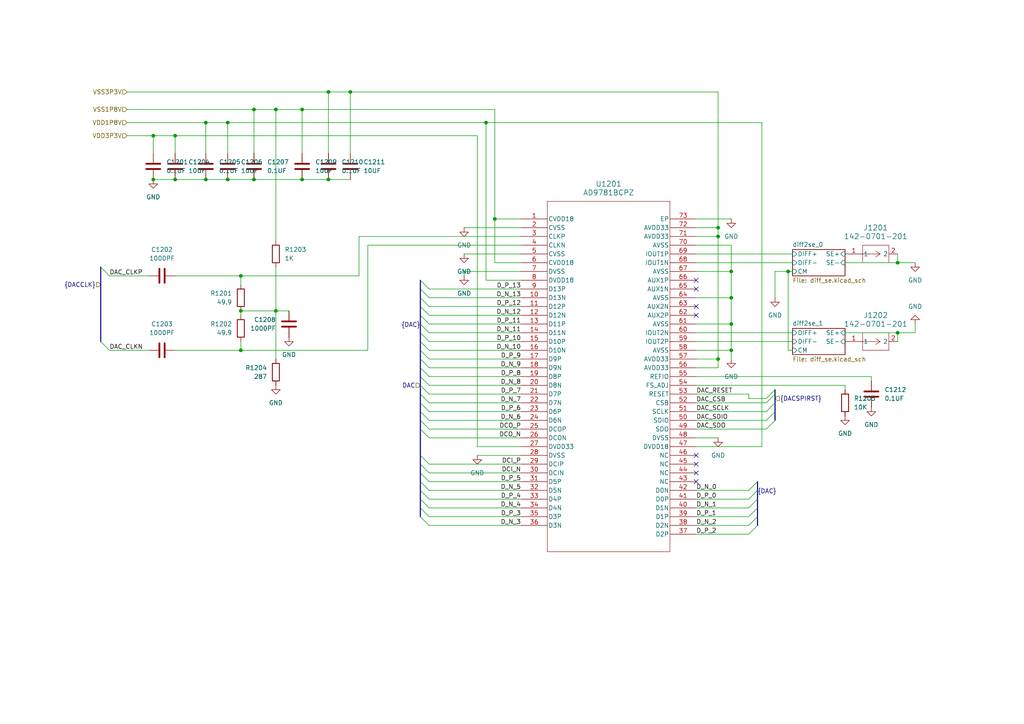
<source format=kicad_sch>
(kicad_sch (version 20231120) (generator "eeschema") (generator_version "8.0")
  (paper "A4")
  (lib_symbols
    (symbol "001_symbol:142-0701-201_GH" (pin_names (offset 0.254))
      (property "Reference" "J" (at 8.89 6.35 0))
      (property "Value" "142-0701-201" (at 0 0 0))
      (symbol "142-0701-201_GH_1_1"
        (polyline (pts (xy 5.08 -2.54) (xy 12.7 -2.54)) (stroke (width 0.127)))
        (polyline (pts (xy 5.08 2.54) (xy 5.08 -2.54)) (stroke (width 0.127)))
        (polyline (pts (xy 10.16 0) (xy 5.08 0)) (stroke (width 0.127)))
        (polyline (pts (xy 10.16 0) (xy 8.89 -0.8467)) (stroke (width 0.127)))
        (polyline (pts (xy 10.16 0) (xy 8.89 0.8467)) (stroke (width 0.127)))
        (polyline (pts (xy 12.7 -2.54) (xy 12.7 2.54)) (stroke (width 0.127)))
        (polyline (pts (xy 12.7 2.54) (xy 5.08 2.54)) (stroke (width 0.127)))
        (pin unspecified line (at 0 0 0) (length 5.08) (name "1") (number "1"))
        (pin input line (at 15.24 0 180) (length 2.54) (name "2") (number "2"))
        (pin input line (at 15.24 0 180) (length 2.54) hide (name "3") (number "3"))
        (pin input line (at 15.24 0 180) (length 2.54) hide (name "4") (number "4"))
        (pin input line (at 15.24 0 180) (length 2.54) hide (name "5") (number "5"))
      )
      (symbol "142-0701-201_GH_1_2"
        (polyline (pts (xy 5.08 -2.54) (xy 12.7 -2.54)) (stroke (width 0.127)))
        (polyline (pts (xy 5.08 2.54) (xy 5.08 -2.54)) (stroke (width 0.127)))
        (polyline (pts (xy 7.62 0) (xy 5.08 0)) (stroke (width 0.127)))
        (polyline (pts (xy 7.62 0) (xy 8.89 -0.8467)) (stroke (width 0.127)))
        (polyline (pts (xy 7.62 0) (xy 8.89 0.8467)) (stroke (width 0.127)))
        (polyline (pts (xy 12.7 -2.54) (xy 12.7 2.54)) (stroke (width 0.127)))
        (polyline (pts (xy 12.7 2.54) (xy 5.08 2.54)) (stroke (width 0.127)))
        (pin unspecified line (at 0 0 0) (length 5.08) (name "1") (number "1"))
      )
    )
    (symbol "001_symbol:AD9781BCPZ" (pin_names (offset 0.254))
      (property "Reference" "U" (at 25.4 10.16 0))
      (property "Value" "AD9781BCPZ" (at 25.4 7.62 0))
      (symbol "AD9781BCPZ_0_1"
        (polyline (pts (xy 7.62 -96.52) (xy 43.18 -96.52)) (stroke (width 0.127)))
        (polyline (pts (xy 7.62 5.08) (xy 7.62 -96.52)) (stroke (width 0.127)))
        (polyline (pts (xy 43.18 -96.52) (xy 43.18 5.08)) (stroke (width 0.127)))
        (polyline (pts (xy 43.18 5.08) (xy 7.62 5.08)) (stroke (width 0.127)))
        (pin unspecified line (at 0 0 0) (length 7.62) (name "CVDD18") (number "1"))
        (pin unspecified line (at 0 -22.86 0) (length 7.62) (name "D13N") (number "10"))
        (pin unspecified line (at 0 -25.4 0) (length 7.62) (name "D12P") (number "11"))
        (pin unspecified line (at 0 -27.94 0) (length 7.62) (name "D12N") (number "12"))
        (pin unspecified line (at 0 -30.48 0) (length 7.62) (name "D11P") (number "13"))
        (pin unspecified line (at 0 -33.02 0) (length 7.62) (name "D11N") (number "14"))
        (pin unspecified line (at 0 -35.56 0) (length 7.62) (name "D10P") (number "15"))
        (pin unspecified line (at 0 -38.1 0) (length 7.62) (name "D10N") (number "16"))
        (pin unspecified line (at 0 -40.64 0) (length 7.62) (name "D9P") (number "17"))
        (pin unspecified line (at 0 -43.18 0) (length 7.62) (name "D9N") (number "18"))
        (pin unspecified line (at 0 -45.72 0) (length 7.62) (name "D8P") (number "19"))
        (pin unspecified line (at 0 -2.54 0) (length 7.62) (name "CVSS") (number "2"))
        (pin unspecified line (at 0 -48.26 0) (length 7.62) (name "D8N") (number "20"))
        (pin unspecified line (at 0 -50.8 0) (length 7.62) (name "D7P") (number "21"))
        (pin unspecified line (at 0 -53.34 0) (length 7.62) (name "D7N") (number "22"))
        (pin unspecified line (at 0 -55.88 0) (length 7.62) (name "D6P") (number "23"))
        (pin unspecified line (at 0 -58.42 0) (length 7.62) (name "D6N") (number "24"))
        (pin unspecified line (at 0 -60.96 0) (length 7.62) (name "DCOP") (number "25"))
        (pin unspecified line (at 0 -63.5 0) (length 7.62) (name "DCON") (number "26"))
        (pin unspecified line (at 0 -66.04 0) (length 7.62) (name "DVDD33") (number "27"))
        (pin unspecified line (at 0 -68.58 0) (length 7.62) (name "DVSS") (number "28"))
        (pin unspecified line (at 0 -71.12 0) (length 7.62) (name "DCIP") (number "29"))
        (pin unspecified line (at 0 -5.08 0) (length 7.62) (name "CLKP") (number "3"))
        (pin unspecified line (at 0 -73.66 0) (length 7.62) (name "DCIN") (number "30"))
        (pin unspecified line (at 0 -76.2 0) (length 7.62) (name "D5P") (number "31"))
        (pin unspecified line (at 0 -78.74 0) (length 7.62) (name "D5N") (number "32"))
        (pin unspecified line (at 0 -81.28 0) (length 7.62) (name "D4P") (number "33"))
        (pin unspecified line (at 0 -83.82 0) (length 7.62) (name "D4N") (number "34"))
        (pin unspecified line (at 0 -86.36 0) (length 7.62) (name "D3P") (number "35"))
        (pin unspecified line (at 0 -88.9 0) (length 7.62) (name "D3N") (number "36"))
        (pin unspecified line (at 50.8 -91.44 180) (length 7.62) (name "D2P") (number "37"))
        (pin unspecified line (at 50.8 -88.9 180) (length 7.62) (name "D2N") (number "38"))
        (pin unspecified line (at 50.8 -86.36 180) (length 7.62) (name "D1P") (number "39"))
        (pin unspecified line (at 0 -7.62 0) (length 7.62) (name "CLKN") (number "4"))
        (pin unspecified line (at 50.8 -83.82 180) (length 7.62) (name "D1N") (number "40"))
        (pin unspecified line (at 50.8 -81.28 180) (length 7.62) (name "D0P") (number "41"))
        (pin unspecified line (at 50.8 -78.74 180) (length 7.62) (name "D0N") (number "42"))
        (pin unspecified line (at 50.8 -76.2 180) (length 7.62) (name "NC") (number "43"))
        (pin unspecified line (at 50.8 -73.66 180) (length 7.62) (name "NC") (number "44"))
        (pin unspecified line (at 50.8 -71.12 180) (length 7.62) (name "NC") (number "45"))
        (pin unspecified line (at 50.8 -68.58 180) (length 7.62) (name "NC") (number "46"))
        (pin unspecified line (at 50.8 -66.04 180) (length 7.62) (name "DVDD18") (number "47"))
        (pin unspecified line (at 50.8 -63.5 180) (length 7.62) (name "DVSS") (number "48"))
        (pin unspecified line (at 50.8 -60.96 180) (length 7.62) (name "SDO") (number "49"))
        (pin unspecified line (at 0 -10.16 0) (length 7.62) (name "CVSS") (number "5"))
        (pin unspecified line (at 50.8 -58.42 180) (length 7.62) (name "SDIO") (number "50"))
        (pin unspecified line (at 50.8 -55.88 180) (length 7.62) (name "SCLK") (number "51"))
        (pin unspecified line (at 50.8 -53.34 180) (length 7.62) (name "CSB") (number "52"))
        (pin unspecified line (at 50.8 -50.8 180) (length 7.62) (name "RESET") (number "53"))
        (pin unspecified line (at 50.8 -48.26 180) (length 7.62) (name "FS_ADJ") (number "54"))
        (pin unspecified line (at 50.8 -45.72 180) (length 7.62) (name "REFIO") (number "55"))
        (pin unspecified line (at 50.8 -43.18 180) (length 7.62) (name "AVDD33") (number "56"))
        (pin unspecified line (at 50.8 -40.64 180) (length 7.62) (name "AVDD33") (number "57"))
        (pin unspecified line (at 50.8 -38.1 180) (length 7.62) (name "AVSS") (number "58"))
        (pin unspecified line (at 50.8 -35.56 180) (length 7.62) (name "IOUT2P") (number "59"))
        (pin unspecified line (at 0 -12.7 0) (length 7.62) (name "CVDD18") (number "6"))
        (pin unspecified line (at 50.8 -33.02 180) (length 7.62) (name "IOUT2N") (number "60"))
        (pin unspecified line (at 50.8 -30.48 180) (length 7.62) (name "AVSS") (number "61"))
        (pin unspecified line (at 50.8 -27.94 180) (length 7.62) (name "AUX2P") (number "62"))
        (pin unspecified line (at 50.8 -25.4 180) (length 7.62) (name "AUX2N") (number "63"))
        (pin unspecified line (at 50.8 -22.86 180) (length 7.62) (name "AVSS") (number "64"))
        (pin unspecified line (at 50.8 -20.32 180) (length 7.62) (name "AUX1N") (number "65"))
        (pin unspecified line (at 50.8 -17.78 180) (length 7.62) (name "AUX1P") (number "66"))
        (pin unspecified line (at 50.8 -15.24 180) (length 7.62) (name "AVSS") (number "67"))
        (pin unspecified line (at 50.8 -12.7 180) (length 7.62) (name "IOUT1N") (number "68"))
        (pin unspecified line (at 50.8 -10.16 180) (length 7.62) (name "IOUT1P") (number "69"))
        (pin unspecified line (at 0 -15.24 0) (length 7.62) (name "DVSS") (number "7"))
        (pin unspecified line (at 50.8 -7.62 180) (length 7.62) (name "AVSS") (number "70"))
        (pin unspecified line (at 50.8 -5.08 180) (length 7.62) (name "AVDD33") (number "71"))
        (pin unspecified line (at 50.8 -2.54 180) (length 7.62) (name "AVDD33") (number "72"))
        (pin unspecified line (at 50.8 0 180) (length 7.62) (name "EP") (number "73"))
        (pin unspecified line (at 0 -17.78 0) (length 7.62) (name "DVDD18") (number "8"))
        (pin unspecified line (at 0 -20.32 0) (length 7.62) (name "D13P") (number "9"))
      )
    )
    (symbol "Device:C" (pin_numbers hide) (pin_names (offset 0.254))
      (property "Reference" "C" (at 0.635 2.54 0))
      (property "Value" "C" (at 0.635 -2.54 0))
      (symbol "C_0_1"
        (polyline (pts (xy -2.032 -0.762) (xy 2.032 -0.762)) (stroke (width 0.508)))
        (polyline (pts (xy -2.032 0.762) (xy 2.032 0.762)) (stroke (width 0.508)))
      )
      (symbol "C_1_1"
        (pin passive line (at 0 3.81 270) (length 2.794) (name "~") (number "1"))
        (pin passive line (at 0 -3.81 90) (length 2.794) (name "~") (number "2"))
      )
    )
    (symbol "Device:R" (pin_numbers hide) (pin_names (offset 0))
      (property "Reference" "R" (at 2.032 0 90))
      (property "Value" "R" (at 0 0 90))
      (symbol "R_0_1"
        (rectangle (start -1.016 -2.54) (end 1.016 2.54) (stroke (width 0.254)))
      )
      (symbol "R_1_1"
        (pin passive line (at 0 3.81 270) (length 1.27) (name "~") (number "1"))
        (pin passive line (at 0 -3.81 90) (length 1.27) (name "~") (number "2"))
      )
    )
    (symbol "power:GND" (power) (pin_numbers hide) (pin_names (offset 0) hide)
      (property "Value" "GND" (at 0 -3.81 0))
      (symbol "GND_0_1"
        (polyline (pts (xy 0 0) (xy 0 -1.27) (xy 1.27 -1.27) (xy 0 -2.54) (xy -1.27 -1.27) (xy 0 -1.27)))
      )
      (symbol "GND_1_1"
        (pin power_in line (at 0 0 270) (length 0) (name "~") (number "1"))
      )
    )
  )
  (junction (at 208.28 68.58))
  (junction (at 228.6 78.74))
  (junction (at 212.09 78.74))
  (junction (at 212.09 93.98))
  (junction (at 73.66 31.75))
  (junction (at 66.04 35.56))
  (junction (at 73.66 52.07))
  (junction (at 212.09 86.36))
  (junction (at 44.45 52.07))
  (junction (at 66.04 52.07))
  (junction (at 95.25 26.67))
  (junction (at 208.28 104.14))
  (junction (at 208.28 66.04))
  (junction (at 50.8 52.07))
  (junction (at 44.45 39.37))
  (junction (at 87.63 31.75))
  (junction (at 140.97 35.56))
  (junction (at 87.63 52.07))
  (junction (at 59.69 35.56))
  (junction (at 260.35 96.52))
  (junction (at 50.8 39.37))
  (junction (at 95.25 52.07))
  (junction (at 101.6 26.67))
  (junction (at 69.85 80.01))
  (junction (at 80.01 90.17))
  (junction (at 260.35 76.2))
  (junction (at 80.01 31.75))
  (junction (at 143.51 63.5))
  (junction (at 69.85 90.17))
  (junction (at 59.69 52.07))
  (junction (at 69.85 101.6))
  (junction (at 212.09 101.6))
  (no_connect (at 201.93 91.44))
  (no_connect (at 201.93 134.62))
  (no_connect (at 201.93 137.16))
  (no_connect (at 201.93 83.82))
  (no_connect (at 201.93 88.9))
  (no_connect (at 201.93 132.08))
  (no_connect (at 201.93 139.7))
  (no_connect (at 201.93 81.28))
  (bus_entry (at 224.79 121.92) (size -2.54 2.54))
  (bus_entry (at 121.92 134.62) (size 2.54 2.54))
  (bus_entry (at 121.92 116.84) (size 2.54 2.54))
  (bus_entry (at 219.71 152.4) (size -2.54 2.54))
  (bus_entry (at 29.21 77.47) (size 2.54 2.54))
  (bus_entry (at 121.92 132.08) (size 2.54 2.54))
  (bus_entry (at 121.92 149.86) (size 2.54 2.54))
  (bus_entry (at 121.92 119.38) (size 2.54 2.54))
  (bus_entry (at 219.71 144.78) (size -2.54 2.54))
  (bus_entry (at 121.92 83.82) (size 2.54 2.54))
  (bus_entry (at 121.92 88.9) (size 2.54 2.54))
  (bus_entry (at 121.92 147.32) (size 2.54 2.54))
  (bus_entry (at 121.92 93.98) (size 2.54 2.54))
  (bus_entry (at 224.79 116.84) (size -2.54 2.54))
  (bus_entry (at 121.92 99.06) (size 2.54 2.54))
  (bus_entry (at 219.71 142.24) (size -2.54 2.54))
  (bus_entry (at 219.71 139.7) (size -2.54 2.54))
  (bus_entry (at 29.21 99.06) (size 2.54 2.54))
  (bus_entry (at 121.92 86.36) (size 2.54 2.54))
  (bus_entry (at 121.92 109.22) (size 2.54 2.54))
  (bus_entry (at 121.92 124.46) (size 2.54 2.54))
  (bus_entry (at 224.79 114.3) (size -2.54 2.54))
  (bus_entry (at 121.92 101.6) (size 2.54 2.54))
  (bus_entry (at 121.92 111.76) (size 2.54 2.54))
  (bus_entry (at 121.92 139.7) (size 2.54 2.54))
  (bus_entry (at 219.71 149.86) (size -2.54 2.54))
  (bus_entry (at 121.92 81.28) (size 2.54 2.54))
  (bus_entry (at 121.92 104.14) (size 2.54 2.54))
  (bus_entry (at 121.92 137.16) (size 2.54 2.54))
  (bus_entry (at 121.92 91.44) (size 2.54 2.54))
  (bus_entry (at 121.92 106.68) (size 2.54 2.54))
  (bus_entry (at 121.92 96.52) (size 2.54 2.54))
  (bus_entry (at 121.92 142.24) (size 2.54 2.54))
  (bus_entry (at 224.79 113.03) (size -2.54 2.54))
  (bus_entry (at 121.92 144.78) (size 2.54 2.54))
  (bus_entry (at 121.92 114.3) (size 2.54 2.54))
  (bus_entry (at 121.92 121.92) (size 2.54 2.54))
  (bus_entry (at 219.71 147.32) (size -2.54 2.54))
  (bus_entry (at 224.79 119.38) (size -2.54 2.54))
  (wire (pts (xy 228.6 78.74) (xy 229.87 78.74)))
  (wire (pts (xy 201.93 66.04) (xy 208.28 66.04)))
  (wire (pts (xy 220.98 129.54) (xy 220.98 35.56)))
  (wire (pts (xy 124.46 101.6) (xy 151.13 101.6)))
  (wire (pts (xy 87.63 52.07) (xy 95.25 52.07)))
  (wire (pts (xy 134.62 80.01) (xy 134.62 78.74)))
  (wire (pts (xy 124.46 93.98) (xy 151.13 93.98)))
  (bus (pts (xy 121.92 124.46) (xy 121.92 132.08)))
  (bus (pts (xy 121.92 101.6) (xy 121.92 104.14)))
  (bus (pts (xy 121.92 96.52) (xy 121.92 99.06)))
  (wire (pts (xy 201.93 68.58) (xy 208.28 68.58)))
  (wire (pts (xy 201.93 119.38) (xy 222.25 119.38)))
  (wire (pts (xy 138.43 132.08) (xy 151.13 132.08)))
  (wire (pts (xy 201.93 154.94) (xy 217.17 154.94)))
  (wire (pts (xy 36.83 31.75) (xy 73.66 31.75)))
  (wire (pts (xy 143.51 76.2) (xy 143.51 63.5)))
  (wire (pts (xy 80.01 77.47) (xy 80.01 90.17)))
  (wire (pts (xy 212.09 93.98) (xy 212.09 101.6)))
  (wire (pts (xy 201.93 129.54) (xy 220.98 129.54)))
  (wire (pts (xy 134.62 73.66) (xy 151.13 73.66)))
  (wire (pts (xy 73.66 31.75) (xy 80.01 31.75)))
  (wire (pts (xy 265.43 96.52) (xy 265.43 93.98)))
  (wire (pts (xy 252.73 110.49) (xy 252.73 109.22)))
  (wire (pts (xy 124.46 114.3) (xy 151.13 114.3)))
  (wire (pts (xy 50.8 80.01) (xy 69.85 80.01)))
  (wire (pts (xy 208.28 66.04) (xy 208.28 68.58)))
  (wire (pts (xy 124.46 134.62) (xy 151.13 134.62)))
  (wire (pts (xy 124.46 116.84) (xy 151.13 116.84)))
  (wire (pts (xy 201.93 93.98) (xy 212.09 93.98)))
  (wire (pts (xy 245.11 76.2) (xy 260.35 76.2)))
  (wire (pts (xy 73.66 52.07) (xy 87.63 52.07)))
  (bus (pts (xy 121.92 91.44) (xy 121.92 93.98)))
  (bus (pts (xy 121.92 86.36) (xy 121.92 88.9)))
  (wire (pts (xy 66.04 52.07) (xy 73.66 52.07)))
  (wire (pts (xy 228.6 78.74) (xy 228.6 101.6)))
  (wire (pts (xy 143.51 63.5) (xy 151.13 63.5)))
  (wire (pts (xy 31.75 80.01) (xy 43.18 80.01)))
  (wire (pts (xy 101.6 26.67) (xy 101.6 44.45)))
  (wire (pts (xy 201.93 152.4) (xy 217.17 152.4)))
  (wire (pts (xy 208.28 26.67) (xy 208.28 66.04)))
  (wire (pts (xy 260.35 76.2) (xy 265.43 76.2)))
  (wire (pts (xy 80.01 104.14) (xy 80.01 90.17)))
  (wire (pts (xy 138.43 39.37) (xy 138.43 129.54)))
  (wire (pts (xy 124.46 127) (xy 151.13 127)))
  (wire (pts (xy 124.46 88.9) (xy 151.13 88.9)))
  (bus (pts (xy 121.92 81.28) (xy 121.92 83.82)))
  (wire (pts (xy 80.01 31.75) (xy 87.63 31.75)))
  (wire (pts (xy 212.09 86.36) (xy 212.09 93.98)))
  (bus (pts (xy 121.92 99.06) (xy 121.92 101.6)))
  (wire (pts (xy 252.73 109.22) (xy 201.93 109.22)))
  (wire (pts (xy 124.46 142.24) (xy 151.13 142.24)))
  (wire (pts (xy 124.46 104.14) (xy 151.13 104.14)))
  (wire (pts (xy 36.83 39.37) (xy 44.45 39.37)))
  (wire (pts (xy 260.35 73.66) (xy 260.35 76.2)))
  (bus (pts (xy 121.92 106.68) (xy 121.92 109.22)))
  (wire (pts (xy 124.46 144.78) (xy 151.13 144.78)))
  (wire (pts (xy 212.09 78.74) (xy 212.09 71.12)))
  (wire (pts (xy 124.46 99.06) (xy 151.13 99.06)))
  (wire (pts (xy 69.85 80.01) (xy 69.85 82.55)))
  (bus (pts (xy 29.21 77.47) (xy 29.21 99.06)))
  (wire (pts (xy 201.93 99.06) (xy 229.87 99.06)))
  (wire (pts (xy 208.28 104.14) (xy 208.28 106.68)))
  (wire (pts (xy 201.93 124.46) (xy 222.25 124.46)))
  (wire (pts (xy 201.93 142.24) (xy 217.17 142.24)))
  (wire (pts (xy 217.17 114.3) (xy 201.93 114.3)))
  (bus (pts (xy 219.71 149.86) (xy 219.71 152.4)))
  (wire (pts (xy 245.11 111.76) (xy 201.93 111.76)))
  (bus (pts (xy 121.92 116.84) (xy 121.92 119.38)))
  (wire (pts (xy 220.98 35.56) (xy 140.97 35.56)))
  (wire (pts (xy 260.35 96.52) (xy 265.43 96.52)))
  (wire (pts (xy 124.46 119.38) (xy 151.13 119.38)))
  (bus (pts (xy 219.71 144.78) (xy 219.71 147.32)))
  (wire (pts (xy 134.62 78.74) (xy 151.13 78.74)))
  (wire (pts (xy 212.09 78.74) (xy 212.09 86.36)))
  (wire (pts (xy 101.6 26.67) (xy 208.28 26.67)))
  (bus (pts (xy 219.71 142.24) (xy 219.71 144.78)))
  (wire (pts (xy 212.09 71.12) (xy 201.93 71.12)))
  (bus (pts (xy 219.71 139.7) (xy 219.71 142.24)))
  (wire (pts (xy 124.46 91.44) (xy 151.13 91.44)))
  (wire (pts (xy 59.69 35.56) (xy 66.04 35.56)))
  (wire (pts (xy 143.51 31.75) (xy 143.51 63.5)))
  (wire (pts (xy 224.79 78.74) (xy 228.6 78.74)))
  (wire (pts (xy 95.25 26.67) (xy 95.25 44.45)))
  (wire (pts (xy 44.45 39.37) (xy 44.45 44.45)))
  (wire (pts (xy 124.46 96.52) (xy 151.13 96.52)))
  (bus (pts (xy 224.79 119.38) (xy 224.79 121.92)))
  (wire (pts (xy 201.93 78.74) (xy 212.09 78.74)))
  (wire (pts (xy 201.93 101.6) (xy 212.09 101.6)))
  (wire (pts (xy 222.25 115.57) (xy 217.17 115.57)))
  (bus (pts (xy 224.79 114.3) (xy 224.79 116.84)))
  (wire (pts (xy 44.45 39.37) (xy 50.8 39.37)))
  (wire (pts (xy 201.93 76.2) (xy 229.87 76.2)))
  (wire (pts (xy 95.25 26.67) (xy 101.6 26.67)))
  (wire (pts (xy 212.09 101.6) (xy 212.09 104.14)))
  (bus (pts (xy 121.92 142.24) (xy 121.92 144.78)))
  (bus (pts (xy 224.79 113.03) (xy 224.79 114.3)))
  (wire (pts (xy 224.79 86.36) (xy 224.79 78.74)))
  (wire (pts (xy 104.14 80.01) (xy 104.14 68.58)))
  (wire (pts (xy 124.46 109.22) (xy 151.13 109.22)))
  (wire (pts (xy 140.97 35.56) (xy 140.97 81.28)))
  (wire (pts (xy 73.66 31.75) (xy 73.66 44.45)))
  (wire (pts (xy 201.93 147.32) (xy 217.17 147.32)))
  (wire (pts (xy 228.6 101.6) (xy 229.87 101.6)))
  (wire (pts (xy 124.46 83.82) (xy 151.13 83.82)))
  (wire (pts (xy 201.93 149.86) (xy 217.17 149.86)))
  (wire (pts (xy 87.63 31.75) (xy 143.51 31.75)))
  (bus (pts (xy 121.92 132.08) (xy 121.92 134.62)))
  (wire (pts (xy 95.25 52.07) (xy 101.6 52.07)))
  (wire (pts (xy 201.93 86.36) (xy 212.09 86.36)))
  (bus (pts (xy 121.92 111.76) (xy 121.92 114.3)))
  (wire (pts (xy 66.04 35.56) (xy 140.97 35.56)))
  (bus (pts (xy 121.92 121.92) (xy 121.92 124.46)))
  (wire (pts (xy 50.8 101.6) (xy 69.85 101.6)))
  (wire (pts (xy 201.93 116.84) (xy 222.25 116.84)))
  (wire (pts (xy 44.45 52.07) (xy 50.8 52.07)))
  (bus (pts (xy 121.92 139.7) (xy 121.92 142.24)))
  (wire (pts (xy 66.04 35.56) (xy 66.04 44.45)))
  (wire (pts (xy 69.85 90.17) (xy 69.85 91.44)))
  (wire (pts (xy 124.46 152.4) (xy 151.13 152.4)))
  (bus (pts (xy 121.92 109.22) (xy 121.92 111.76)))
  (wire (pts (xy 69.85 99.06) (xy 69.85 101.6)))
  (wire (pts (xy 124.46 86.36) (xy 151.13 86.36)))
  (wire (pts (xy 217.17 115.57) (xy 217.17 114.3)))
  (wire (pts (xy 83.82 90.17) (xy 80.01 90.17)))
  (wire (pts (xy 106.68 71.12) (xy 151.13 71.12)))
  (wire (pts (xy 36.83 35.56) (xy 59.69 35.56)))
  (wire (pts (xy 124.46 137.16) (xy 151.13 137.16)))
  (wire (pts (xy 208.28 68.58) (xy 208.28 104.14)))
  (wire (pts (xy 134.62 66.04) (xy 151.13 66.04)))
  (wire (pts (xy 124.46 121.92) (xy 151.13 121.92)))
  (wire (pts (xy 36.83 26.67) (xy 95.25 26.67)))
  (wire (pts (xy 59.69 35.56) (xy 59.69 44.45)))
  (wire (pts (xy 124.46 139.7) (xy 151.13 139.7)))
  (bus (pts (xy 121.92 144.78) (xy 121.92 147.32)))
  (wire (pts (xy 104.14 68.58) (xy 151.13 68.58)))
  (wire (pts (xy 124.46 111.76) (xy 151.13 111.76)))
  (wire (pts (xy 201.93 144.78) (xy 217.17 144.78)))
  (bus (pts (xy 121.92 119.38) (xy 121.92 121.92)))
  (wire (pts (xy 201.93 104.14) (xy 208.28 104.14)))
  (wire (pts (xy 80.01 31.75) (xy 80.01 69.85)))
  (wire (pts (xy 245.11 113.03) (xy 245.11 111.76)))
  (bus (pts (xy 121.92 137.16) (xy 121.92 139.7)))
  (wire (pts (xy 138.43 129.54) (xy 151.13 129.54)))
  (bus (pts (xy 121.92 147.32) (xy 121.92 149.86)))
  (wire (pts (xy 69.85 80.01) (xy 104.14 80.01)))
  (bus (pts (xy 121.92 88.9) (xy 121.92 91.44)))
  (bus (pts (xy 121.92 134.62) (xy 121.92 137.16)))
  (wire (pts (xy 50.8 39.37) (xy 138.43 39.37)))
  (wire (pts (xy 124.46 124.46) (xy 151.13 124.46)))
  (wire (pts (xy 124.46 106.68) (xy 151.13 106.68)))
  (wire (pts (xy 59.69 52.07) (xy 66.04 52.07)))
  (wire (pts (xy 50.8 52.07) (xy 59.69 52.07)))
  (bus (pts (xy 219.71 147.32) (xy 219.71 149.86)))
  (bus (pts (xy 121.92 83.82) (xy 121.92 86.36)))
  (bus (pts (xy 121.92 93.98) (xy 121.92 96.52)))
  (wire (pts (xy 260.35 96.52) (xy 260.35 99.06)))
  (wire (pts (xy 201.93 127) (xy 208.28 127)))
  (wire (pts (xy 31.75 101.6) (xy 43.18 101.6)))
  (wire (pts (xy 140.97 81.28) (xy 151.13 81.28)))
  (bus (pts (xy 121.92 114.3) (xy 121.92 116.84)))
  (wire (pts (xy 87.63 31.75) (xy 87.63 44.45)))
  (wire (pts (xy 106.68 71.12) (xy 106.68 101.6)))
  (bus (pts (xy 121.92 104.14) (xy 121.92 106.68)))
  (wire (pts (xy 201.93 73.66) (xy 229.87 73.66)))
  (wire (pts (xy 201.93 121.92) (xy 222.25 121.92)))
  (wire (pts (xy 69.85 101.6) (xy 106.68 101.6)))
  (wire (pts (xy 124.46 149.86) (xy 151.13 149.86)))
  (wire (pts (xy 208.28 106.68) (xy 201.93 106.68)))
  (wire (pts (xy 124.46 147.32) (xy 151.13 147.32)))
  (wire (pts (xy 151.13 76.2) (xy 143.51 76.2)))
  (wire (pts (xy 50.8 39.37) (xy 50.8 44.45)))
  (wire (pts (xy 201.93 96.52) (xy 229.87 96.52)))
  (wire (pts (xy 80.01 90.17) (xy 69.85 90.17)))
  (wire (pts (xy 245.11 96.52) (xy 260.35 96.52)))
  (wire (pts (xy 201.93 63.5) (xy 212.09 63.5)))
  (bus (pts (xy 224.79 116.84) (xy 224.79 119.38)))
  (label "D_P_11" (at 151.13 93.98 180))
  (label "D_P_1" (at 201.93 149.86 0))
  (label "D_N_0" (at 201.93 142.24 0))
  (label "D_N_7" (at 151.13 116.84 180))
  (label "D_N_9" (at 151.13 106.68 180))
  (label "D_P_3" (at 151.13 149.86 180))
  (label "DCI_P" (at 151.13 134.62 180))
  (label "DAC_SDIO" (at 201.93 121.92 0))
  (label "D_P_4" (at 151.13 144.78 180))
  (label "{DAC}" (at 121.92 95.25 180))
  (label "D_P_2" (at 201.93 154.94 0))
  (label "D_N_12" (at 151.13 91.44 180))
  (label "DCI_N" (at 151.13 137.16 180))
  (label "D_N_10" (at 151.13 101.6 180))
  (label "DAC_SDO" (at 201.93 124.46 0))
  (label "D_P_8" (at 151.13 109.22 180))
  (label "D_N_11" (at 151.13 96.52 180))
  (label "D_P_0" (at 201.93 144.78 0))
  (label "DAC_CLKN" (at 31.75 101.6 0))
  (label "D_N_3" (at 151.13 152.4 180))
  (label "DAC_CLKP" (at 31.75 80.01 0))
  (label "{DAC}" (at 219.71 143.51 0))
  (label "D_N_8" (at 151.13 111.76 180))
  (label "DCO_N" (at 151.13 127 180))
  (label "D_P_5" (at 151.13 139.7 180))
  (label "DAC_CSB" (at 201.93 116.84 0))
  (label "D_N_13" (at 151.13 86.36 180))
  (label "DCO_P" (at 151.13 124.46 180))
  (label "D_P_7" (at 151.13 114.3 180))
  (label "D_N_6" (at 151.13 121.92 180))
  (label "D_N_5" (at 151.13 142.24 180))
  (label "D_P_12" (at 151.13 88.9 180))
  (label "D_P_9" (at 151.13 104.14 180))
  (label "D_P_10" (at 151.13 99.06 180))
  (label "DAC_SCLK" (at 201.93 119.38 0))
  (label "D_P_13" (at 151.13 83.82 180))
  (label "DAC_RESET" (at 201.93 114.3 0))
  (label "D_P_6" (at 151.13 119.38 180))
  (label "D_N_4" (at 151.13 147.32 180))
  (label "D_N_1" (at 201.93 147.32 0))
  (label "D_N_2" (at 201.93 152.4 0))
  (hierarchical_label "{DACSPIRST}" (shape input) (at 224.79 115.57 0))
  (hierarchical_label "{DACCLK}" (shape input) (at 29.21 82.55 180))
  (hierarchical_label "VSS3P3V" (shape input) (at 36.83 26.67 180))
  (hierarchical_label "DAC" (shape input) (at 121.92 111.76 180))
  (hierarchical_label "VDD3P3V" (shape input) (at 36.83 39.37 180))
  (hierarchical_label "VDD1P8V" (shape input) (at 36.83 35.56 180))
  (hierarchical_label "VSS1P8V" (shape input) (at 36.83 31.75 180))
  (symbol (lib_id "power:GND") (at 224.79 86.36 0) (unit 1)
    (property "Reference" "#PWR01211" (effects (hide yes)))
    (property "Value" "GND" (at 224.79 91.44 0))
    (property "Description" "Power symbol creates a global label with name \"GND\" , ground" (effects (hide yes)))
  )
  (symbol (lib_id "Device:C") (at 66.04 48.26 0) (unit 1)
    (property "Reference" "C1206" (at 69.85 46.9899 0) (effects (justify left)))
    (property "Value" "10UF" (at 69.85 49.5299 0) (effects (justify left)))
    (property "Footprint" "Capacitor_SMD:C_0603_1608Metric" (effects (hide yes)))
    (property "Description" "Unpolarized capacitor" (effects (hide yes)))
    (property "Vendor" "digikey:445-6853-1-ND" (effects (hide yes)))
  )
  (symbol (lib_id "Device:R") (at 245.11 116.84 180) (unit 1)
    (property "Reference" "R1205" (at 247.65 115.5699 0) (effects (justify right)))
    (property "Value" "10K" (at 247.65 118.1099 0) (effects (justify right)))
    (property "Footprint" "Resistor_SMD:R_0603_1608Metric" (effects (hide yes)))
    (property "Description" "Resistor" (effects (hide yes)))
    (property "Vendor" "digikey:MCT0603-10K-MDCT-ND" (effects (hide yes)))
  )
  (symbol (lib_id "power:GND") (at 212.09 104.14 0) (unit 1)
    (property "Reference" "#PWR01210" (effects (hide yes)))
    (property "Value" "GND" (at 212.09 109.22 0))
    (property "Description" "Power symbol creates a global label with name \"GND\" , ground" (effects (hide yes)))
  )
  (symbol (lib_id "power:GND") (at 134.62 73.66 0) (unit 1)
    (property "Reference" "#PWR01205" (effects (hide yes)))
    (property "Value" "GND" (at 134.62 78.74 0))
    (property "Description" "Power symbol creates a global label with name \"GND\" , ground" (effects (hide yes)))
  )
  (symbol (lib_id "Device:C") (at 46.99 80.01 90) (unit 1)
    (property "Reference" "C1202" (at 46.99 72.39 90))
    (property "Value" "1000PF" (at 46.99 74.93 90))
    (property "Footprint" "Capacitor_SMD:C_0603_1608Metric" (effects (hide yes)))
    (property "Description" "Unpolarized capacitor" (effects (hide yes)))
    (property "Vendor" "digikey:490-1451-1-ND" (effects (hide yes)))
  )
  (symbol (lib_id "Device:C") (at 83.82 93.98 0) (mirror y) (unit 1)
    (property "Reference" "C1208" (at 80.01 92.7099 0) (effects (justify left)))
    (property "Value" "1000PF" (at 80.01 95.2499 0) (effects (justify left)))
    (property "Footprint" "Capacitor_SMD:C_0603_1608Metric" (effects (hide yes)))
    (property "Description" "Unpolarized capacitor" (effects (hide yes)))
    (property "Vendor" "digikey:490-1451-1-ND" (effects (hide yes)))
  )
  (symbol (lib_id "power:GND") (at 212.09 63.5 0) (unit 1)
    (property "Reference" "#PWR01209" (effects (hide yes)))
    (property "Value" "GND" (at 212.09 68.58 0))
    (property "Description" "Power symbol creates a global label with name \"GND\" , ground" (effects (hide yes)))
  )
  (symbol (lib_id "power:GND") (at 138.43 132.08 0) (unit 1)
    (property "Reference" "#PWR01207" (effects (hide yes)))
    (property "Value" "GND" (at 138.43 137.16 0))
    (property "Description" "Power symbol creates a global label with name \"GND\" , ground" (effects (hide yes)))
  )
  (symbol (lib_id "power:GND") (at 134.62 66.04 0) (unit 1)
    (property "Reference" "#PWR01204" (effects (hide yes)))
    (property "Value" "GND" (at 134.62 71.12 0))
    (property "Description" "Power symbol creates a global label with name \"GND\" , ground" (effects (hide yes)))
  )
  (symbol (lib_id "power:GND") (at 265.43 93.98 0) (mirror x) (unit 1)
    (property "Reference" "#PWR01214" (effects (hide yes)))
    (property "Value" "GND" (at 265.43 88.9 0))
    (property "Description" "Power symbol creates a global label with name \"GND\" , ground" (effects (hide yes)))
  )
  (symbol (lib_id "power:GND") (at 208.28 127 0) (unit 1)
    (property "Reference" "#PWR01208" (effects (hide yes)))
    (property "Value" "GND" (at 208.28 132.08 0))
    (property "Description" "Power symbol creates a global label with name \"GND\" , ground" (effects (hide yes)))
  )
  (symbol (lib_id "Device:R") (at 80.01 107.95 0) (mirror x) (unit 1)
    (property "Reference" "R1204" (at 77.47 106.6799 0) (effects (justify right)))
    (property "Value" "287" (at 77.47 109.2199 0) (effects (justify right)))
    (property "Footprint" "Resistor_SMD:R_0603_1608Metric" (effects (hide yes)))
    (property "Description" "Resistor" (effects (hide yes)))
    (property "Vendor" "digikey:311-287HRCT-ND" (effects (hide yes)))
  )
  (symbol (lib_id "Device:C") (at 50.8 48.26 0) (unit 1)
    (property "Reference" "C1204" (at 54.61 46.9899 0) (effects (justify left)))
    (property "Value" "10UF" (at 54.61 49.5299 0) (effects (justify left)))
    (property "Footprint" "Capacitor_SMD:C_0603_1608Metric" (effects (hide yes)))
    (property "Description" "Unpolarized capacitor" (effects (hide yes)))
    (property "Vendor" "digikey:445-6853-1-ND" (effects (hide yes)))
  )
  (symbol (lib_id "Device:C") (at 44.45 48.26 0) (unit 1)
    (property "Reference" "C1201" (at 48.26 46.9899 0) (effects (justify left)))
    (property "Value" "0.1UF" (at 48.26 49.5299 0) (effects (justify left)))
    (property "Footprint" "Capacitor_SMD:C_0402_1005Metric" (effects (hide yes)))
    (property "Description" "Unpolarized capacitor" (effects (hide yes)))
    (property "Vendor" "digikey:490-1318-1-ND" (effects (hide yes)))
  )
  (symbol (lib_id "power:GND") (at 265.43 76.2 0) (unit 1)
    (property "Reference" "#PWR01213" (effects (hide yes)))
    (property "Value" "GND" (at 265.43 81.28 0))
    (property "Description" "Power symbol creates a global label with name \"GND\" , ground" (effects (hide yes)))
  )
  (symbol (lib_id "Device:R") (at 80.01 73.66 0) (unit 1)
    (property "Reference" "R1203" (at 82.55 72.3899 0) (effects (justify left)))
    (property "Value" "1K" (at 82.55 74.9299 0) (effects (justify left)))
    (property "Footprint" "Resistor_SMD:R_0603_1608Metric" (effects (hide yes)))
    (property "Description" "Resistor" (effects (hide yes)))
    (property "Vendor" "digikey:311-1.00KHRCT-ND" (effects (hide yes)))
  )
  (symbol (lib_id "power:GND") (at 83.82 97.79 0) (unit 1)
    (property "Reference" "#PWR01203" (effects (hide yes)))
    (property "Value" "GND" (at 83.82 102.87 0))
    (property "Description" "Power symbol creates a global label with name \"GND\" , ground" (effects (hide yes)))
  )
  (symbol (lib_id "Device:C") (at 252.73 114.3 180) (unit 1)
    (property "Reference" "C1212" (at 256.54 113.0299 0) (effects (justify right)))
    (property "Value" "0.1UF" (at 256.54 115.5699 0) (effects (justify right)))
    (property "Footprint" "Capacitor_SMD:C_0402_1005Metric" (effects (hide yes)))
    (property "Description" "Unpolarized capacitor" (effects (hide yes)))
    (property "Vendor" "digikey:490-1318-1-ND" (effects (hide yes)))
  )
  (symbol (lib_id "Device:C") (at 73.66 48.26 0) (unit 1)
    (property "Reference" "C1207" (at 77.47 46.9899 0) (effects (justify left)))
    (property "Value" "0.1UF" (at 77.47 49.5299 0) (effects (justify left)))
    (property "Footprint" "Capacitor_SMD:C_0402_1005Metric" (effects (hide yes)))
    (property "Description" "Unpolarized capacitor" (effects (hide yes)))
    (property "Vendor" "digikey:490-1318-1-ND" (effects (hide yes)))
  )
  (symbol (lib_id "001_symbol:142-0701-201_GH") (at 245.11 73.66 0) (unit 1)
    (property "Reference" "J1201" (at 254 66.04 0) (effects (font (size 1.524 1.524))))
    (property "Value" "142-0701-201" (at 254 68.58 0) (effects (font (size 1.524 1.524))))
    (property "Footprint" "CONN_142-0701-201_CIN" (effects (hide yes)))
    (property "Datasheet" "142-0701-201" (effects (hide yes)))
    (property "Vendor" "digikey:J500-ND" (effects (hide yes)))
  )
  (symbol (lib_id "Device:C") (at 95.25 48.26 0) (unit 1)
    (property "Reference" "C1210" (at 99.06 46.9899 0) (effects (justify left)))
    (property "Value" "0.1UF" (at 99.06 49.5299 0) (effects (justify left)))
    (property "Footprint" "Capacitor_SMD:C_0402_1005Metric" (effects (hide yes)))
    (property "Description" "Unpolarized capacitor" (effects (hide yes)))
    (property "Vendor" "digikey:490-1318-1-ND" (effects (hide yes)))
  )
  (symbol (lib_id "001_symbol:AD9781BCPZ") (at 151.13 63.5 0) (unit 1)
    (property "Reference" "U1201" (at 176.53 53.34 0) (effects (font (size 1.524 1.524))))
    (property "Value" "AD9781BCPZ" (at 176.53 55.88 0) (effects (font (size 1.524 1.524))))
    (property "Footprint" "001_download:CP-72-1_ADI" (effects (hide yes)))
    (property "Datasheet" "AD9781BCPZ" (effects (hide yes)))
    (property "Vendor" "digikey:AD9781BCPZ-ND" (effects (hide yes)))
  )
  (symbol (lib_id "power:GND") (at 252.73 118.11 0) (unit 1)
    (property "Reference" "#PWR01215" (effects (hide yes)))
    (property "Value" "GND" (at 252.73 123.19 0))
    (property "Description" "Power symbol creates a global label with name \"GND\" , ground" (effects (hide yes)))
  )
  (symbol (lib_id "power:GND") (at 134.62 80.01 0) (unit 1)
    (property "Reference" "#PWR01206" (effects (hide yes)))
    (property "Value" "GND" (at 134.62 85.09 0))
    (property "Description" "Power symbol creates a global label with name \"GND\" , ground" (effects (hide yes)))
  )
  (symbol (lib_id "Device:C") (at 101.6 48.26 0) (unit 1)
    (property "Reference" "C1211" (at 105.41 46.9899 0) (effects (justify left)))
    (property "Value" "10UF" (at 105.41 49.5299 0) (effects (justify left)))
    (property "Footprint" "Capacitor_SMD:C_0603_1608Metric" (effects (hide yes)))
    (property "Description" "Unpolarized capacitor" (effects (hide yes)))
    (property "Vendor" "digikey:445-6853-1-ND" (effects (hide yes)))
  )
  (symbol (lib_id "Device:C") (at 59.69 48.26 0) (unit 1)
    (property "Reference" "C1205" (at 63.5 46.9899 0) (effects (justify left)))
    (property "Value" "0.1UF" (at 63.5 49.5299 0) (effects (justify left)))
    (property "Footprint" "Capacitor_SMD:C_0402_1005Metric" (effects (hide yes)))
    (property "Description" "Unpolarized capacitor" (effects (hide yes)))
    (property "Vendor" "digikey:490-1318-1-ND" (effects (hide yes)))
  )
  (symbol (lib_id "Device:C") (at 87.63 48.26 0) (unit 1)
    (property "Reference" "C1209" (at 91.44 46.9899 0) (effects (justify left)))
    (property "Value" "10UF" (at 91.44 49.5299 0) (effects (justify left)))
    (property "Footprint" "Capacitor_SMD:C_0603_1608Metric" (effects (hide yes)))
    (property "Description" "Unpolarized capacitor" (effects (hide yes)))
    (property "Vendor" "digikey:445-6853-1-ND" (effects (hide yes)))
  )
  (symbol (lib_id "001_symbol:142-0701-201_GH") (at 245.11 99.06 0) (mirror x) (unit 1)
    (property "Reference" "J1202" (at 254 91.44 0) (effects (font (size 1.524 1.524))))
    (property "Value" "142-0701-201" (at 254 93.98 0) (effects (font (size 1.524 1.524))))
    (property "Footprint" "CONN_142-0701-201_CIN" (effects (hide yes)))
    (property "Datasheet" "142-0701-201" (effects (hide yes)))
    (property "Vendor" "digikey:J500-ND" (effects (hide yes)))
  )
  (symbol (lib_id "Device:C") (at 46.99 101.6 90) (mirror x) (unit 1)
    (property "Reference" "C1203" (at 46.99 93.98 90))
    (property "Value" "1000PF" (at 46.99 96.52 90))
    (property "Footprint" "Capacitor_SMD:C_0603_1608Metric" (effects (hide yes)))
    (property "Description" "Unpolarized capacitor" (effects (hide yes)))
    (property "Vendor" "digikey:490-1451-1-ND" (effects (hide yes)))
  )
  (symbol (lib_id "Device:R") (at 69.85 86.36 0) (mirror x) (unit 1)
    (property "Reference" "R1201" (at 67.31 85.0899 0) (effects (justify right)))
    (property "Value" "49.9" (at 67.31 87.6299 0) (effects (justify right)))
    (property "Footprint" "Resistor_SMD:R_0603_1608Metric" (effects (hide yes)))
    (property "Description" "Resistor" (effects (hide yes)))
    (property "Vendor" "digikey:311-49.9HRCT-ND" (effects (hide yes)))
  )
  (symbol (lib_id "power:GND") (at 44.45 52.07 0) (unit 1)
    (property "Reference" "#PWR01201" (effects (hide yes)))
    (property "Value" "GND" (at 44.45 57.15 0))
    (property "Description" "Power symbol creates a global label with name \"GND\" , ground" (effects (hide yes)))
  )
  (symbol (lib_id "Device:R") (at 69.85 95.25 0) (mirror y) (unit 1)
    (property "Reference" "R1202" (at 67.31 93.9799 0) (effects (justify left)))
    (property "Value" "49.9" (at 67.31 96.5199 0) (effects (justify left)))
    (property "Footprint" "Resistor_SMD:R_0603_1608Metric" (effects (hide yes)))
    (property "Description" "Resistor" (effects (hide yes)))
    (property "Vendor" "digikey:311-49.9HRCT-ND" (effects (hide yes)))
  )
  (symbol (lib_id "power:GND") (at 80.01 111.76 0) (mirror y) (unit 1)
    (property "Reference" "#PWR01202" (effects (hide yes)))
    (property "Value" "GND" (at 80.01 116.84 0))
    (property "Description" "Power symbol creates a global label with name \"GND\" , ground" (effects (hide yes)))
  )
  (symbol (lib_id "power:GND") (at 245.11 120.65 0) (unit 1)
    (property "Reference" "#PWR01212" (effects (hide yes)))
    (property "Value" "GND" (at 245.11 125.73 0))
    (property "Description" "Power symbol creates a global label with name \"GND\" , ground" (effects (hide yes)))
  )
  (sheet (at 229.87 72.39) (size 15.24 7.62) (stroke (width 0.1524))
    (property "Sheetname" "diff2se_0" (at 229.87 71.6784 0) (effects (justify left bottom)))
    (property "Sheetfile" "diff_se.kicad_sch" (at 229.87 80.5946 0) (effects (justify left top)))
    (pin "DIFF+" input (at 229.87 73.66 180))
    (pin "CM" input (at 229.87 78.74 180))
    (pin "DIFF-" input (at 229.87 76.2 180))
    (pin "SE+" input (at 245.11 73.66 0))
    (pin "SE-" input (at 245.11 76.2 0))
  )
  (sheet (at 229.87 95.25) (size 15.24 7.62) (stroke (width 0.1524))
    (property "Sheetname" "diff2se_1" (at 229.87 94.5384 0) (effects (justify left bottom)))
    (property "Sheetfile" "diff_se.kicad_sch" (at 229.87 103.4546 0) (effects (justify left top)))
    (pin "DIFF+" input (at 229.87 96.52 180))
    (pin "CM" input (at 229.87 101.6 180))
    (pin "DIFF-" input (at 229.87 99.06 180))
    (pin "SE+" input (at 245.11 96.52 0))
    (pin "SE-" input (at 245.11 99.06 0))
  )
)
</source>
